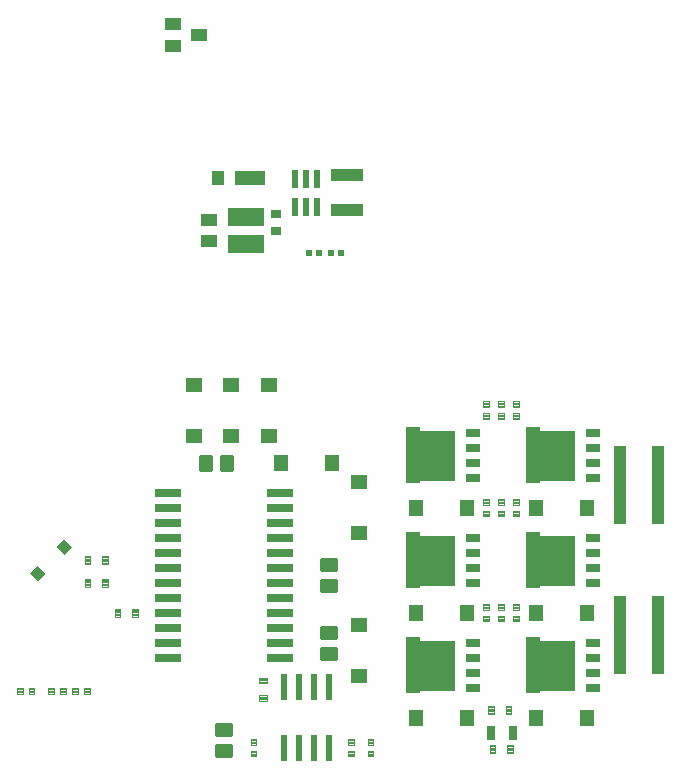
<source format=gtp>
G75*
%MOIN*%
%OFA0B0*%
%FSLAX25Y25*%
%IPPOS*%
%LPD*%
%AMOC8*
5,1,8,0,0,1.08239X$1,22.5*
%
%ADD10R,0.05000X0.18500*%
%ADD11R,0.04500X0.02800*%
%ADD12C,0.00122*%
%ADD13R,0.03937X0.25984*%
%ADD14C,0.00472*%
%ADD15R,0.08858X0.02559*%
%ADD16C,0.00906*%
%ADD17R,0.05787X0.05000*%
%ADD18R,0.05000X0.05787*%
%ADD19R,0.02362X0.08661*%
%ADD20R,0.03800X0.02600*%
%ADD21R,0.10600X0.04400*%
%ADD22R,0.05700X0.04400*%
%ADD23R,0.09900X0.04900*%
%ADD24R,0.04200X0.04900*%
%ADD25R,0.12000X0.06000*%
%ADD26R,0.02200X0.02400*%
%ADD27R,0.02200X0.06200*%
%ADD28R,0.03543X0.03740*%
%ADD29R,0.03150X0.04724*%
%ADD30R,0.05512X0.03937*%
D10*
X0304533Y0063750D03*
X0304533Y0098750D03*
X0304533Y0133750D03*
X0344533Y0133750D03*
X0344533Y0098750D03*
X0344533Y0063750D03*
D11*
X0364583Y0061250D03*
X0364583Y0056250D03*
X0364583Y0066250D03*
X0364583Y0071250D03*
X0364583Y0091250D03*
X0364583Y0096250D03*
X0364583Y0101250D03*
X0364583Y0106250D03*
X0364583Y0126250D03*
X0364583Y0131250D03*
X0364583Y0136250D03*
X0364583Y0141250D03*
X0324583Y0141250D03*
X0324583Y0136250D03*
X0324583Y0131250D03*
X0324583Y0126250D03*
X0324583Y0106250D03*
X0324583Y0101250D03*
X0324583Y0096250D03*
X0324583Y0091250D03*
X0324583Y0071250D03*
X0324583Y0066250D03*
X0324583Y0061250D03*
X0324583Y0056250D03*
D12*
X0305994Y0055561D02*
X0305994Y0071939D01*
X0318072Y0071939D01*
X0318072Y0055561D01*
X0305994Y0055561D01*
X0305994Y0055682D02*
X0318072Y0055682D01*
X0318072Y0055803D02*
X0305994Y0055803D01*
X0305994Y0055924D02*
X0318072Y0055924D01*
X0318072Y0056045D02*
X0305994Y0056045D01*
X0305994Y0056166D02*
X0318072Y0056166D01*
X0318072Y0056287D02*
X0305994Y0056287D01*
X0305994Y0056408D02*
X0318072Y0056408D01*
X0318072Y0056529D02*
X0305994Y0056529D01*
X0305994Y0056650D02*
X0318072Y0056650D01*
X0318072Y0056771D02*
X0305994Y0056771D01*
X0305994Y0056892D02*
X0318072Y0056892D01*
X0318072Y0057013D02*
X0305994Y0057013D01*
X0305994Y0057134D02*
X0318072Y0057134D01*
X0318072Y0057255D02*
X0305994Y0057255D01*
X0305994Y0057376D02*
X0318072Y0057376D01*
X0318072Y0057497D02*
X0305994Y0057497D01*
X0305994Y0057618D02*
X0318072Y0057618D01*
X0318072Y0057739D02*
X0305994Y0057739D01*
X0305994Y0057860D02*
X0318072Y0057860D01*
X0318072Y0057981D02*
X0305994Y0057981D01*
X0305994Y0058102D02*
X0318072Y0058102D01*
X0318072Y0058223D02*
X0305994Y0058223D01*
X0305994Y0058344D02*
X0318072Y0058344D01*
X0318072Y0058465D02*
X0305994Y0058465D01*
X0305994Y0058586D02*
X0318072Y0058586D01*
X0318072Y0058707D02*
X0305994Y0058707D01*
X0305994Y0058828D02*
X0318072Y0058828D01*
X0318072Y0058949D02*
X0305994Y0058949D01*
X0305994Y0059070D02*
X0318072Y0059070D01*
X0318072Y0059191D02*
X0305994Y0059191D01*
X0305994Y0059312D02*
X0318072Y0059312D01*
X0318072Y0059433D02*
X0305994Y0059433D01*
X0305994Y0059554D02*
X0318072Y0059554D01*
X0318072Y0059675D02*
X0305994Y0059675D01*
X0305994Y0059796D02*
X0318072Y0059796D01*
X0318072Y0059917D02*
X0305994Y0059917D01*
X0305994Y0060038D02*
X0318072Y0060038D01*
X0318072Y0060159D02*
X0305994Y0060159D01*
X0305994Y0060280D02*
X0318072Y0060280D01*
X0318072Y0060401D02*
X0305994Y0060401D01*
X0305994Y0060522D02*
X0318072Y0060522D01*
X0318072Y0060643D02*
X0305994Y0060643D01*
X0305994Y0060764D02*
X0318072Y0060764D01*
X0318072Y0060885D02*
X0305994Y0060885D01*
X0305994Y0061006D02*
X0318072Y0061006D01*
X0318072Y0061127D02*
X0305994Y0061127D01*
X0305994Y0061248D02*
X0318072Y0061248D01*
X0318072Y0061369D02*
X0305994Y0061369D01*
X0305994Y0061490D02*
X0318072Y0061490D01*
X0318072Y0061611D02*
X0305994Y0061611D01*
X0305994Y0061732D02*
X0318072Y0061732D01*
X0318072Y0061853D02*
X0305994Y0061853D01*
X0305994Y0061974D02*
X0318072Y0061974D01*
X0318072Y0062095D02*
X0305994Y0062095D01*
X0305994Y0062216D02*
X0318072Y0062216D01*
X0318072Y0062337D02*
X0305994Y0062337D01*
X0305994Y0062458D02*
X0318072Y0062458D01*
X0318072Y0062579D02*
X0305994Y0062579D01*
X0305994Y0062700D02*
X0318072Y0062700D01*
X0318072Y0062821D02*
X0305994Y0062821D01*
X0305994Y0062942D02*
X0318072Y0062942D01*
X0318072Y0063063D02*
X0305994Y0063063D01*
X0305994Y0063184D02*
X0318072Y0063184D01*
X0318072Y0063305D02*
X0305994Y0063305D01*
X0305994Y0063426D02*
X0318072Y0063426D01*
X0318072Y0063547D02*
X0305994Y0063547D01*
X0305994Y0063668D02*
X0318072Y0063668D01*
X0318072Y0063789D02*
X0305994Y0063789D01*
X0305994Y0063910D02*
X0318072Y0063910D01*
X0318072Y0064031D02*
X0305994Y0064031D01*
X0305994Y0064152D02*
X0318072Y0064152D01*
X0318072Y0064273D02*
X0305994Y0064273D01*
X0305994Y0064394D02*
X0318072Y0064394D01*
X0318072Y0064515D02*
X0305994Y0064515D01*
X0305994Y0064636D02*
X0318072Y0064636D01*
X0318072Y0064757D02*
X0305994Y0064757D01*
X0305994Y0064878D02*
X0318072Y0064878D01*
X0318072Y0064999D02*
X0305994Y0064999D01*
X0305994Y0065120D02*
X0318072Y0065120D01*
X0318072Y0065241D02*
X0305994Y0065241D01*
X0305994Y0065362D02*
X0318072Y0065362D01*
X0318072Y0065483D02*
X0305994Y0065483D01*
X0305994Y0065604D02*
X0318072Y0065604D01*
X0318072Y0065725D02*
X0305994Y0065725D01*
X0305994Y0065846D02*
X0318072Y0065846D01*
X0318072Y0065967D02*
X0305994Y0065967D01*
X0305994Y0066088D02*
X0318072Y0066088D01*
X0318072Y0066209D02*
X0305994Y0066209D01*
X0305994Y0066330D02*
X0318072Y0066330D01*
X0318072Y0066451D02*
X0305994Y0066451D01*
X0305994Y0066572D02*
X0318072Y0066572D01*
X0318072Y0066693D02*
X0305994Y0066693D01*
X0305994Y0066814D02*
X0318072Y0066814D01*
X0318072Y0066935D02*
X0305994Y0066935D01*
X0305994Y0067056D02*
X0318072Y0067056D01*
X0318072Y0067177D02*
X0305994Y0067177D01*
X0305994Y0067298D02*
X0318072Y0067298D01*
X0318072Y0067419D02*
X0305994Y0067419D01*
X0305994Y0067540D02*
X0318072Y0067540D01*
X0318072Y0067661D02*
X0305994Y0067661D01*
X0305994Y0067782D02*
X0318072Y0067782D01*
X0318072Y0067903D02*
X0305994Y0067903D01*
X0305994Y0068024D02*
X0318072Y0068024D01*
X0318072Y0068145D02*
X0305994Y0068145D01*
X0305994Y0068266D02*
X0318072Y0068266D01*
X0318072Y0068387D02*
X0305994Y0068387D01*
X0305994Y0068508D02*
X0318072Y0068508D01*
X0318072Y0068629D02*
X0305994Y0068629D01*
X0305994Y0068750D02*
X0318072Y0068750D01*
X0318072Y0068871D02*
X0305994Y0068871D01*
X0305994Y0068992D02*
X0318072Y0068992D01*
X0318072Y0069113D02*
X0305994Y0069113D01*
X0305994Y0069234D02*
X0318072Y0069234D01*
X0318072Y0069355D02*
X0305994Y0069355D01*
X0305994Y0069476D02*
X0318072Y0069476D01*
X0318072Y0069597D02*
X0305994Y0069597D01*
X0305994Y0069718D02*
X0318072Y0069718D01*
X0318072Y0069839D02*
X0305994Y0069839D01*
X0305994Y0069960D02*
X0318072Y0069960D01*
X0318072Y0070081D02*
X0305994Y0070081D01*
X0305994Y0070202D02*
X0318072Y0070202D01*
X0318072Y0070323D02*
X0305994Y0070323D01*
X0305994Y0070444D02*
X0318072Y0070444D01*
X0318072Y0070565D02*
X0305994Y0070565D01*
X0305994Y0070686D02*
X0318072Y0070686D01*
X0318072Y0070807D02*
X0305994Y0070807D01*
X0305994Y0070928D02*
X0318072Y0070928D01*
X0318072Y0071049D02*
X0305994Y0071049D01*
X0305994Y0071170D02*
X0318072Y0071170D01*
X0318072Y0071291D02*
X0305994Y0071291D01*
X0305994Y0071412D02*
X0318072Y0071412D01*
X0318072Y0071533D02*
X0305994Y0071533D01*
X0305994Y0071654D02*
X0318072Y0071654D01*
X0318072Y0071775D02*
X0305994Y0071775D01*
X0305994Y0071896D02*
X0318072Y0071896D01*
X0305994Y0090561D02*
X0305994Y0106939D01*
X0318072Y0106939D01*
X0318072Y0090561D01*
X0305994Y0090561D01*
X0305994Y0090682D02*
X0318072Y0090682D01*
X0318072Y0090803D02*
X0305994Y0090803D01*
X0305994Y0090924D02*
X0318072Y0090924D01*
X0318072Y0091045D02*
X0305994Y0091045D01*
X0305994Y0091166D02*
X0318072Y0091166D01*
X0318072Y0091287D02*
X0305994Y0091287D01*
X0305994Y0091408D02*
X0318072Y0091408D01*
X0318072Y0091529D02*
X0305994Y0091529D01*
X0305994Y0091650D02*
X0318072Y0091650D01*
X0318072Y0091771D02*
X0305994Y0091771D01*
X0305994Y0091892D02*
X0318072Y0091892D01*
X0318072Y0092013D02*
X0305994Y0092013D01*
X0305994Y0092134D02*
X0318072Y0092134D01*
X0318072Y0092255D02*
X0305994Y0092255D01*
X0305994Y0092376D02*
X0318072Y0092376D01*
X0318072Y0092497D02*
X0305994Y0092497D01*
X0305994Y0092618D02*
X0318072Y0092618D01*
X0318072Y0092739D02*
X0305994Y0092739D01*
X0305994Y0092860D02*
X0318072Y0092860D01*
X0318072Y0092981D02*
X0305994Y0092981D01*
X0305994Y0093102D02*
X0318072Y0093102D01*
X0318072Y0093223D02*
X0305994Y0093223D01*
X0305994Y0093344D02*
X0318072Y0093344D01*
X0318072Y0093465D02*
X0305994Y0093465D01*
X0305994Y0093586D02*
X0318072Y0093586D01*
X0318072Y0093707D02*
X0305994Y0093707D01*
X0305994Y0093828D02*
X0318072Y0093828D01*
X0318072Y0093949D02*
X0305994Y0093949D01*
X0305994Y0094070D02*
X0318072Y0094070D01*
X0318072Y0094191D02*
X0305994Y0094191D01*
X0305994Y0094312D02*
X0318072Y0094312D01*
X0318072Y0094433D02*
X0305994Y0094433D01*
X0305994Y0094554D02*
X0318072Y0094554D01*
X0318072Y0094675D02*
X0305994Y0094675D01*
X0305994Y0094796D02*
X0318072Y0094796D01*
X0318072Y0094917D02*
X0305994Y0094917D01*
X0305994Y0095038D02*
X0318072Y0095038D01*
X0318072Y0095159D02*
X0305994Y0095159D01*
X0305994Y0095280D02*
X0318072Y0095280D01*
X0318072Y0095401D02*
X0305994Y0095401D01*
X0305994Y0095522D02*
X0318072Y0095522D01*
X0318072Y0095643D02*
X0305994Y0095643D01*
X0305994Y0095764D02*
X0318072Y0095764D01*
X0318072Y0095885D02*
X0305994Y0095885D01*
X0305994Y0096006D02*
X0318072Y0096006D01*
X0318072Y0096127D02*
X0305994Y0096127D01*
X0305994Y0096248D02*
X0318072Y0096248D01*
X0318072Y0096369D02*
X0305994Y0096369D01*
X0305994Y0096490D02*
X0318072Y0096490D01*
X0318072Y0096611D02*
X0305994Y0096611D01*
X0305994Y0096732D02*
X0318072Y0096732D01*
X0318072Y0096853D02*
X0305994Y0096853D01*
X0305994Y0096974D02*
X0318072Y0096974D01*
X0318072Y0097095D02*
X0305994Y0097095D01*
X0305994Y0097216D02*
X0318072Y0097216D01*
X0318072Y0097337D02*
X0305994Y0097337D01*
X0305994Y0097458D02*
X0318072Y0097458D01*
X0318072Y0097579D02*
X0305994Y0097579D01*
X0305994Y0097700D02*
X0318072Y0097700D01*
X0318072Y0097821D02*
X0305994Y0097821D01*
X0305994Y0097942D02*
X0318072Y0097942D01*
X0318072Y0098063D02*
X0305994Y0098063D01*
X0305994Y0098184D02*
X0318072Y0098184D01*
X0318072Y0098305D02*
X0305994Y0098305D01*
X0305994Y0098426D02*
X0318072Y0098426D01*
X0318072Y0098547D02*
X0305994Y0098547D01*
X0305994Y0098668D02*
X0318072Y0098668D01*
X0318072Y0098789D02*
X0305994Y0098789D01*
X0305994Y0098910D02*
X0318072Y0098910D01*
X0318072Y0099031D02*
X0305994Y0099031D01*
X0305994Y0099152D02*
X0318072Y0099152D01*
X0318072Y0099273D02*
X0305994Y0099273D01*
X0305994Y0099394D02*
X0318072Y0099394D01*
X0318072Y0099515D02*
X0305994Y0099515D01*
X0305994Y0099636D02*
X0318072Y0099636D01*
X0318072Y0099757D02*
X0305994Y0099757D01*
X0305994Y0099878D02*
X0318072Y0099878D01*
X0318072Y0099999D02*
X0305994Y0099999D01*
X0305994Y0100120D02*
X0318072Y0100120D01*
X0318072Y0100241D02*
X0305994Y0100241D01*
X0305994Y0100362D02*
X0318072Y0100362D01*
X0318072Y0100483D02*
X0305994Y0100483D01*
X0305994Y0100604D02*
X0318072Y0100604D01*
X0318072Y0100725D02*
X0305994Y0100725D01*
X0305994Y0100846D02*
X0318072Y0100846D01*
X0318072Y0100967D02*
X0305994Y0100967D01*
X0305994Y0101088D02*
X0318072Y0101088D01*
X0318072Y0101209D02*
X0305994Y0101209D01*
X0305994Y0101330D02*
X0318072Y0101330D01*
X0318072Y0101451D02*
X0305994Y0101451D01*
X0305994Y0101572D02*
X0318072Y0101572D01*
X0318072Y0101693D02*
X0305994Y0101693D01*
X0305994Y0101814D02*
X0318072Y0101814D01*
X0318072Y0101935D02*
X0305994Y0101935D01*
X0305994Y0102056D02*
X0318072Y0102056D01*
X0318072Y0102177D02*
X0305994Y0102177D01*
X0305994Y0102298D02*
X0318072Y0102298D01*
X0318072Y0102419D02*
X0305994Y0102419D01*
X0305994Y0102540D02*
X0318072Y0102540D01*
X0318072Y0102661D02*
X0305994Y0102661D01*
X0305994Y0102782D02*
X0318072Y0102782D01*
X0318072Y0102903D02*
X0305994Y0102903D01*
X0305994Y0103024D02*
X0318072Y0103024D01*
X0318072Y0103145D02*
X0305994Y0103145D01*
X0305994Y0103266D02*
X0318072Y0103266D01*
X0318072Y0103387D02*
X0305994Y0103387D01*
X0305994Y0103508D02*
X0318072Y0103508D01*
X0318072Y0103629D02*
X0305994Y0103629D01*
X0305994Y0103750D02*
X0318072Y0103750D01*
X0318072Y0103871D02*
X0305994Y0103871D01*
X0305994Y0103992D02*
X0318072Y0103992D01*
X0318072Y0104113D02*
X0305994Y0104113D01*
X0305994Y0104234D02*
X0318072Y0104234D01*
X0318072Y0104355D02*
X0305994Y0104355D01*
X0305994Y0104476D02*
X0318072Y0104476D01*
X0318072Y0104597D02*
X0305994Y0104597D01*
X0305994Y0104718D02*
X0318072Y0104718D01*
X0318072Y0104839D02*
X0305994Y0104839D01*
X0305994Y0104960D02*
X0318072Y0104960D01*
X0318072Y0105081D02*
X0305994Y0105081D01*
X0305994Y0105202D02*
X0318072Y0105202D01*
X0318072Y0105323D02*
X0305994Y0105323D01*
X0305994Y0105444D02*
X0318072Y0105444D01*
X0318072Y0105565D02*
X0305994Y0105565D01*
X0305994Y0105686D02*
X0318072Y0105686D01*
X0318072Y0105807D02*
X0305994Y0105807D01*
X0305994Y0105928D02*
X0318072Y0105928D01*
X0318072Y0106049D02*
X0305994Y0106049D01*
X0305994Y0106170D02*
X0318072Y0106170D01*
X0318072Y0106291D02*
X0305994Y0106291D01*
X0305994Y0106412D02*
X0318072Y0106412D01*
X0318072Y0106533D02*
X0305994Y0106533D01*
X0305994Y0106654D02*
X0318072Y0106654D01*
X0318072Y0106775D02*
X0305994Y0106775D01*
X0305994Y0106896D02*
X0318072Y0106896D01*
X0305994Y0125561D02*
X0305994Y0141939D01*
X0318072Y0141939D01*
X0318072Y0125561D01*
X0305994Y0125561D01*
X0305994Y0125682D02*
X0318072Y0125682D01*
X0318072Y0125803D02*
X0305994Y0125803D01*
X0305994Y0125924D02*
X0318072Y0125924D01*
X0318072Y0126045D02*
X0305994Y0126045D01*
X0305994Y0126166D02*
X0318072Y0126166D01*
X0318072Y0126287D02*
X0305994Y0126287D01*
X0305994Y0126408D02*
X0318072Y0126408D01*
X0318072Y0126529D02*
X0305994Y0126529D01*
X0305994Y0126650D02*
X0318072Y0126650D01*
X0318072Y0126771D02*
X0305994Y0126771D01*
X0305994Y0126892D02*
X0318072Y0126892D01*
X0318072Y0127013D02*
X0305994Y0127013D01*
X0305994Y0127134D02*
X0318072Y0127134D01*
X0318072Y0127255D02*
X0305994Y0127255D01*
X0305994Y0127376D02*
X0318072Y0127376D01*
X0318072Y0127497D02*
X0305994Y0127497D01*
X0305994Y0127618D02*
X0318072Y0127618D01*
X0318072Y0127739D02*
X0305994Y0127739D01*
X0305994Y0127860D02*
X0318072Y0127860D01*
X0318072Y0127981D02*
X0305994Y0127981D01*
X0305994Y0128102D02*
X0318072Y0128102D01*
X0318072Y0128223D02*
X0305994Y0128223D01*
X0305994Y0128344D02*
X0318072Y0128344D01*
X0318072Y0128465D02*
X0305994Y0128465D01*
X0305994Y0128586D02*
X0318072Y0128586D01*
X0318072Y0128707D02*
X0305994Y0128707D01*
X0305994Y0128828D02*
X0318072Y0128828D01*
X0318072Y0128949D02*
X0305994Y0128949D01*
X0305994Y0129070D02*
X0318072Y0129070D01*
X0318072Y0129191D02*
X0305994Y0129191D01*
X0305994Y0129312D02*
X0318072Y0129312D01*
X0318072Y0129433D02*
X0305994Y0129433D01*
X0305994Y0129554D02*
X0318072Y0129554D01*
X0318072Y0129675D02*
X0305994Y0129675D01*
X0305994Y0129796D02*
X0318072Y0129796D01*
X0318072Y0129917D02*
X0305994Y0129917D01*
X0305994Y0130038D02*
X0318072Y0130038D01*
X0318072Y0130159D02*
X0305994Y0130159D01*
X0305994Y0130280D02*
X0318072Y0130280D01*
X0318072Y0130401D02*
X0305994Y0130401D01*
X0305994Y0130522D02*
X0318072Y0130522D01*
X0318072Y0130643D02*
X0305994Y0130643D01*
X0305994Y0130764D02*
X0318072Y0130764D01*
X0318072Y0130885D02*
X0305994Y0130885D01*
X0305994Y0131006D02*
X0318072Y0131006D01*
X0318072Y0131127D02*
X0305994Y0131127D01*
X0305994Y0131248D02*
X0318072Y0131248D01*
X0318072Y0131369D02*
X0305994Y0131369D01*
X0305994Y0131490D02*
X0318072Y0131490D01*
X0318072Y0131611D02*
X0305994Y0131611D01*
X0305994Y0131732D02*
X0318072Y0131732D01*
X0318072Y0131853D02*
X0305994Y0131853D01*
X0305994Y0131974D02*
X0318072Y0131974D01*
X0318072Y0132095D02*
X0305994Y0132095D01*
X0305994Y0132216D02*
X0318072Y0132216D01*
X0318072Y0132337D02*
X0305994Y0132337D01*
X0305994Y0132458D02*
X0318072Y0132458D01*
X0318072Y0132579D02*
X0305994Y0132579D01*
X0305994Y0132700D02*
X0318072Y0132700D01*
X0318072Y0132821D02*
X0305994Y0132821D01*
X0305994Y0132942D02*
X0318072Y0132942D01*
X0318072Y0133063D02*
X0305994Y0133063D01*
X0305994Y0133184D02*
X0318072Y0133184D01*
X0318072Y0133305D02*
X0305994Y0133305D01*
X0305994Y0133426D02*
X0318072Y0133426D01*
X0318072Y0133547D02*
X0305994Y0133547D01*
X0305994Y0133668D02*
X0318072Y0133668D01*
X0318072Y0133789D02*
X0305994Y0133789D01*
X0305994Y0133910D02*
X0318072Y0133910D01*
X0318072Y0134031D02*
X0305994Y0134031D01*
X0305994Y0134152D02*
X0318072Y0134152D01*
X0318072Y0134273D02*
X0305994Y0134273D01*
X0305994Y0134394D02*
X0318072Y0134394D01*
X0318072Y0134515D02*
X0305994Y0134515D01*
X0305994Y0134636D02*
X0318072Y0134636D01*
X0318072Y0134757D02*
X0305994Y0134757D01*
X0305994Y0134878D02*
X0318072Y0134878D01*
X0318072Y0134999D02*
X0305994Y0134999D01*
X0305994Y0135120D02*
X0318072Y0135120D01*
X0318072Y0135241D02*
X0305994Y0135241D01*
X0305994Y0135362D02*
X0318072Y0135362D01*
X0318072Y0135483D02*
X0305994Y0135483D01*
X0305994Y0135604D02*
X0318072Y0135604D01*
X0318072Y0135725D02*
X0305994Y0135725D01*
X0305994Y0135846D02*
X0318072Y0135846D01*
X0318072Y0135967D02*
X0305994Y0135967D01*
X0305994Y0136088D02*
X0318072Y0136088D01*
X0318072Y0136209D02*
X0305994Y0136209D01*
X0305994Y0136330D02*
X0318072Y0136330D01*
X0318072Y0136451D02*
X0305994Y0136451D01*
X0305994Y0136572D02*
X0318072Y0136572D01*
X0318072Y0136693D02*
X0305994Y0136693D01*
X0305994Y0136814D02*
X0318072Y0136814D01*
X0318072Y0136935D02*
X0305994Y0136935D01*
X0305994Y0137056D02*
X0318072Y0137056D01*
X0318072Y0137177D02*
X0305994Y0137177D01*
X0305994Y0137298D02*
X0318072Y0137298D01*
X0318072Y0137419D02*
X0305994Y0137419D01*
X0305994Y0137540D02*
X0318072Y0137540D01*
X0318072Y0137661D02*
X0305994Y0137661D01*
X0305994Y0137782D02*
X0318072Y0137782D01*
X0318072Y0137903D02*
X0305994Y0137903D01*
X0305994Y0138024D02*
X0318072Y0138024D01*
X0318072Y0138145D02*
X0305994Y0138145D01*
X0305994Y0138266D02*
X0318072Y0138266D01*
X0318072Y0138387D02*
X0305994Y0138387D01*
X0305994Y0138508D02*
X0318072Y0138508D01*
X0318072Y0138629D02*
X0305994Y0138629D01*
X0305994Y0138750D02*
X0318072Y0138750D01*
X0318072Y0138871D02*
X0305994Y0138871D01*
X0305994Y0138992D02*
X0318072Y0138992D01*
X0318072Y0139113D02*
X0305994Y0139113D01*
X0305994Y0139234D02*
X0318072Y0139234D01*
X0318072Y0139355D02*
X0305994Y0139355D01*
X0305994Y0139476D02*
X0318072Y0139476D01*
X0318072Y0139597D02*
X0305994Y0139597D01*
X0305994Y0139718D02*
X0318072Y0139718D01*
X0318072Y0139839D02*
X0305994Y0139839D01*
X0305994Y0139960D02*
X0318072Y0139960D01*
X0318072Y0140081D02*
X0305994Y0140081D01*
X0305994Y0140202D02*
X0318072Y0140202D01*
X0318072Y0140323D02*
X0305994Y0140323D01*
X0305994Y0140444D02*
X0318072Y0140444D01*
X0318072Y0140565D02*
X0305994Y0140565D01*
X0305994Y0140686D02*
X0318072Y0140686D01*
X0318072Y0140807D02*
X0305994Y0140807D01*
X0305994Y0140928D02*
X0318072Y0140928D01*
X0318072Y0141049D02*
X0305994Y0141049D01*
X0305994Y0141170D02*
X0318072Y0141170D01*
X0318072Y0141291D02*
X0305994Y0141291D01*
X0305994Y0141412D02*
X0318072Y0141412D01*
X0318072Y0141533D02*
X0305994Y0141533D01*
X0305994Y0141654D02*
X0318072Y0141654D01*
X0318072Y0141775D02*
X0305994Y0141775D01*
X0305994Y0141896D02*
X0318072Y0141896D01*
X0345994Y0141939D02*
X0345994Y0125561D01*
X0345994Y0141939D02*
X0358072Y0141939D01*
X0358072Y0125561D01*
X0345994Y0125561D01*
X0345994Y0125682D02*
X0358072Y0125682D01*
X0358072Y0125803D02*
X0345994Y0125803D01*
X0345994Y0125924D02*
X0358072Y0125924D01*
X0358072Y0126045D02*
X0345994Y0126045D01*
X0345994Y0126166D02*
X0358072Y0126166D01*
X0358072Y0126287D02*
X0345994Y0126287D01*
X0345994Y0126408D02*
X0358072Y0126408D01*
X0358072Y0126529D02*
X0345994Y0126529D01*
X0345994Y0126650D02*
X0358072Y0126650D01*
X0358072Y0126771D02*
X0345994Y0126771D01*
X0345994Y0126892D02*
X0358072Y0126892D01*
X0358072Y0127013D02*
X0345994Y0127013D01*
X0345994Y0127134D02*
X0358072Y0127134D01*
X0358072Y0127255D02*
X0345994Y0127255D01*
X0345994Y0127376D02*
X0358072Y0127376D01*
X0358072Y0127497D02*
X0345994Y0127497D01*
X0345994Y0127618D02*
X0358072Y0127618D01*
X0358072Y0127739D02*
X0345994Y0127739D01*
X0345994Y0127860D02*
X0358072Y0127860D01*
X0358072Y0127981D02*
X0345994Y0127981D01*
X0345994Y0128102D02*
X0358072Y0128102D01*
X0358072Y0128223D02*
X0345994Y0128223D01*
X0345994Y0128344D02*
X0358072Y0128344D01*
X0358072Y0128465D02*
X0345994Y0128465D01*
X0345994Y0128586D02*
X0358072Y0128586D01*
X0358072Y0128707D02*
X0345994Y0128707D01*
X0345994Y0128828D02*
X0358072Y0128828D01*
X0358072Y0128949D02*
X0345994Y0128949D01*
X0345994Y0129070D02*
X0358072Y0129070D01*
X0358072Y0129191D02*
X0345994Y0129191D01*
X0345994Y0129312D02*
X0358072Y0129312D01*
X0358072Y0129433D02*
X0345994Y0129433D01*
X0345994Y0129554D02*
X0358072Y0129554D01*
X0358072Y0129675D02*
X0345994Y0129675D01*
X0345994Y0129796D02*
X0358072Y0129796D01*
X0358072Y0129917D02*
X0345994Y0129917D01*
X0345994Y0130038D02*
X0358072Y0130038D01*
X0358072Y0130159D02*
X0345994Y0130159D01*
X0345994Y0130280D02*
X0358072Y0130280D01*
X0358072Y0130401D02*
X0345994Y0130401D01*
X0345994Y0130522D02*
X0358072Y0130522D01*
X0358072Y0130643D02*
X0345994Y0130643D01*
X0345994Y0130764D02*
X0358072Y0130764D01*
X0358072Y0130885D02*
X0345994Y0130885D01*
X0345994Y0131006D02*
X0358072Y0131006D01*
X0358072Y0131127D02*
X0345994Y0131127D01*
X0345994Y0131248D02*
X0358072Y0131248D01*
X0358072Y0131369D02*
X0345994Y0131369D01*
X0345994Y0131490D02*
X0358072Y0131490D01*
X0358072Y0131611D02*
X0345994Y0131611D01*
X0345994Y0131732D02*
X0358072Y0131732D01*
X0358072Y0131853D02*
X0345994Y0131853D01*
X0345994Y0131974D02*
X0358072Y0131974D01*
X0358072Y0132095D02*
X0345994Y0132095D01*
X0345994Y0132216D02*
X0358072Y0132216D01*
X0358072Y0132337D02*
X0345994Y0132337D01*
X0345994Y0132458D02*
X0358072Y0132458D01*
X0358072Y0132579D02*
X0345994Y0132579D01*
X0345994Y0132700D02*
X0358072Y0132700D01*
X0358072Y0132821D02*
X0345994Y0132821D01*
X0345994Y0132942D02*
X0358072Y0132942D01*
X0358072Y0133063D02*
X0345994Y0133063D01*
X0345994Y0133184D02*
X0358072Y0133184D01*
X0358072Y0133305D02*
X0345994Y0133305D01*
X0345994Y0133426D02*
X0358072Y0133426D01*
X0358072Y0133547D02*
X0345994Y0133547D01*
X0345994Y0133668D02*
X0358072Y0133668D01*
X0358072Y0133789D02*
X0345994Y0133789D01*
X0345994Y0133910D02*
X0358072Y0133910D01*
X0358072Y0134031D02*
X0345994Y0134031D01*
X0345994Y0134152D02*
X0358072Y0134152D01*
X0358072Y0134273D02*
X0345994Y0134273D01*
X0345994Y0134394D02*
X0358072Y0134394D01*
X0358072Y0134515D02*
X0345994Y0134515D01*
X0345994Y0134636D02*
X0358072Y0134636D01*
X0358072Y0134757D02*
X0345994Y0134757D01*
X0345994Y0134878D02*
X0358072Y0134878D01*
X0358072Y0134999D02*
X0345994Y0134999D01*
X0345994Y0135120D02*
X0358072Y0135120D01*
X0358072Y0135241D02*
X0345994Y0135241D01*
X0345994Y0135362D02*
X0358072Y0135362D01*
X0358072Y0135483D02*
X0345994Y0135483D01*
X0345994Y0135604D02*
X0358072Y0135604D01*
X0358072Y0135725D02*
X0345994Y0135725D01*
X0345994Y0135846D02*
X0358072Y0135846D01*
X0358072Y0135967D02*
X0345994Y0135967D01*
X0345994Y0136088D02*
X0358072Y0136088D01*
X0358072Y0136209D02*
X0345994Y0136209D01*
X0345994Y0136330D02*
X0358072Y0136330D01*
X0358072Y0136451D02*
X0345994Y0136451D01*
X0345994Y0136572D02*
X0358072Y0136572D01*
X0358072Y0136693D02*
X0345994Y0136693D01*
X0345994Y0136814D02*
X0358072Y0136814D01*
X0358072Y0136935D02*
X0345994Y0136935D01*
X0345994Y0137056D02*
X0358072Y0137056D01*
X0358072Y0137177D02*
X0345994Y0137177D01*
X0345994Y0137298D02*
X0358072Y0137298D01*
X0358072Y0137419D02*
X0345994Y0137419D01*
X0345994Y0137540D02*
X0358072Y0137540D01*
X0358072Y0137661D02*
X0345994Y0137661D01*
X0345994Y0137782D02*
X0358072Y0137782D01*
X0358072Y0137903D02*
X0345994Y0137903D01*
X0345994Y0138024D02*
X0358072Y0138024D01*
X0358072Y0138145D02*
X0345994Y0138145D01*
X0345994Y0138266D02*
X0358072Y0138266D01*
X0358072Y0138387D02*
X0345994Y0138387D01*
X0345994Y0138508D02*
X0358072Y0138508D01*
X0358072Y0138629D02*
X0345994Y0138629D01*
X0345994Y0138750D02*
X0358072Y0138750D01*
X0358072Y0138871D02*
X0345994Y0138871D01*
X0345994Y0138992D02*
X0358072Y0138992D01*
X0358072Y0139113D02*
X0345994Y0139113D01*
X0345994Y0139234D02*
X0358072Y0139234D01*
X0358072Y0139355D02*
X0345994Y0139355D01*
X0345994Y0139476D02*
X0358072Y0139476D01*
X0358072Y0139597D02*
X0345994Y0139597D01*
X0345994Y0139718D02*
X0358072Y0139718D01*
X0358072Y0139839D02*
X0345994Y0139839D01*
X0345994Y0139960D02*
X0358072Y0139960D01*
X0358072Y0140081D02*
X0345994Y0140081D01*
X0345994Y0140202D02*
X0358072Y0140202D01*
X0358072Y0140323D02*
X0345994Y0140323D01*
X0345994Y0140444D02*
X0358072Y0140444D01*
X0358072Y0140565D02*
X0345994Y0140565D01*
X0345994Y0140686D02*
X0358072Y0140686D01*
X0358072Y0140807D02*
X0345994Y0140807D01*
X0345994Y0140928D02*
X0358072Y0140928D01*
X0358072Y0141049D02*
X0345994Y0141049D01*
X0345994Y0141170D02*
X0358072Y0141170D01*
X0358072Y0141291D02*
X0345994Y0141291D01*
X0345994Y0141412D02*
X0358072Y0141412D01*
X0358072Y0141533D02*
X0345994Y0141533D01*
X0345994Y0141654D02*
X0358072Y0141654D01*
X0358072Y0141775D02*
X0345994Y0141775D01*
X0345994Y0141896D02*
X0358072Y0141896D01*
X0345994Y0106939D02*
X0345994Y0090561D01*
X0345994Y0106939D02*
X0358072Y0106939D01*
X0358072Y0090561D01*
X0345994Y0090561D01*
X0345994Y0090682D02*
X0358072Y0090682D01*
X0358072Y0090803D02*
X0345994Y0090803D01*
X0345994Y0090924D02*
X0358072Y0090924D01*
X0358072Y0091045D02*
X0345994Y0091045D01*
X0345994Y0091166D02*
X0358072Y0091166D01*
X0358072Y0091287D02*
X0345994Y0091287D01*
X0345994Y0091408D02*
X0358072Y0091408D01*
X0358072Y0091529D02*
X0345994Y0091529D01*
X0345994Y0091650D02*
X0358072Y0091650D01*
X0358072Y0091771D02*
X0345994Y0091771D01*
X0345994Y0091892D02*
X0358072Y0091892D01*
X0358072Y0092013D02*
X0345994Y0092013D01*
X0345994Y0092134D02*
X0358072Y0092134D01*
X0358072Y0092255D02*
X0345994Y0092255D01*
X0345994Y0092376D02*
X0358072Y0092376D01*
X0358072Y0092497D02*
X0345994Y0092497D01*
X0345994Y0092618D02*
X0358072Y0092618D01*
X0358072Y0092739D02*
X0345994Y0092739D01*
X0345994Y0092860D02*
X0358072Y0092860D01*
X0358072Y0092981D02*
X0345994Y0092981D01*
X0345994Y0093102D02*
X0358072Y0093102D01*
X0358072Y0093223D02*
X0345994Y0093223D01*
X0345994Y0093344D02*
X0358072Y0093344D01*
X0358072Y0093465D02*
X0345994Y0093465D01*
X0345994Y0093586D02*
X0358072Y0093586D01*
X0358072Y0093707D02*
X0345994Y0093707D01*
X0345994Y0093828D02*
X0358072Y0093828D01*
X0358072Y0093949D02*
X0345994Y0093949D01*
X0345994Y0094070D02*
X0358072Y0094070D01*
X0358072Y0094191D02*
X0345994Y0094191D01*
X0345994Y0094312D02*
X0358072Y0094312D01*
X0358072Y0094433D02*
X0345994Y0094433D01*
X0345994Y0094554D02*
X0358072Y0094554D01*
X0358072Y0094675D02*
X0345994Y0094675D01*
X0345994Y0094796D02*
X0358072Y0094796D01*
X0358072Y0094917D02*
X0345994Y0094917D01*
X0345994Y0095038D02*
X0358072Y0095038D01*
X0358072Y0095159D02*
X0345994Y0095159D01*
X0345994Y0095280D02*
X0358072Y0095280D01*
X0358072Y0095401D02*
X0345994Y0095401D01*
X0345994Y0095522D02*
X0358072Y0095522D01*
X0358072Y0095643D02*
X0345994Y0095643D01*
X0345994Y0095764D02*
X0358072Y0095764D01*
X0358072Y0095885D02*
X0345994Y0095885D01*
X0345994Y0096006D02*
X0358072Y0096006D01*
X0358072Y0096127D02*
X0345994Y0096127D01*
X0345994Y0096248D02*
X0358072Y0096248D01*
X0358072Y0096369D02*
X0345994Y0096369D01*
X0345994Y0096490D02*
X0358072Y0096490D01*
X0358072Y0096611D02*
X0345994Y0096611D01*
X0345994Y0096732D02*
X0358072Y0096732D01*
X0358072Y0096853D02*
X0345994Y0096853D01*
X0345994Y0096974D02*
X0358072Y0096974D01*
X0358072Y0097095D02*
X0345994Y0097095D01*
X0345994Y0097216D02*
X0358072Y0097216D01*
X0358072Y0097337D02*
X0345994Y0097337D01*
X0345994Y0097458D02*
X0358072Y0097458D01*
X0358072Y0097579D02*
X0345994Y0097579D01*
X0345994Y0097700D02*
X0358072Y0097700D01*
X0358072Y0097821D02*
X0345994Y0097821D01*
X0345994Y0097942D02*
X0358072Y0097942D01*
X0358072Y0098063D02*
X0345994Y0098063D01*
X0345994Y0098184D02*
X0358072Y0098184D01*
X0358072Y0098305D02*
X0345994Y0098305D01*
X0345994Y0098426D02*
X0358072Y0098426D01*
X0358072Y0098547D02*
X0345994Y0098547D01*
X0345994Y0098668D02*
X0358072Y0098668D01*
X0358072Y0098789D02*
X0345994Y0098789D01*
X0345994Y0098910D02*
X0358072Y0098910D01*
X0358072Y0099031D02*
X0345994Y0099031D01*
X0345994Y0099152D02*
X0358072Y0099152D01*
X0358072Y0099273D02*
X0345994Y0099273D01*
X0345994Y0099394D02*
X0358072Y0099394D01*
X0358072Y0099515D02*
X0345994Y0099515D01*
X0345994Y0099636D02*
X0358072Y0099636D01*
X0358072Y0099757D02*
X0345994Y0099757D01*
X0345994Y0099878D02*
X0358072Y0099878D01*
X0358072Y0099999D02*
X0345994Y0099999D01*
X0345994Y0100120D02*
X0358072Y0100120D01*
X0358072Y0100241D02*
X0345994Y0100241D01*
X0345994Y0100362D02*
X0358072Y0100362D01*
X0358072Y0100483D02*
X0345994Y0100483D01*
X0345994Y0100604D02*
X0358072Y0100604D01*
X0358072Y0100725D02*
X0345994Y0100725D01*
X0345994Y0100846D02*
X0358072Y0100846D01*
X0358072Y0100967D02*
X0345994Y0100967D01*
X0345994Y0101088D02*
X0358072Y0101088D01*
X0358072Y0101209D02*
X0345994Y0101209D01*
X0345994Y0101330D02*
X0358072Y0101330D01*
X0358072Y0101451D02*
X0345994Y0101451D01*
X0345994Y0101572D02*
X0358072Y0101572D01*
X0358072Y0101693D02*
X0345994Y0101693D01*
X0345994Y0101814D02*
X0358072Y0101814D01*
X0358072Y0101935D02*
X0345994Y0101935D01*
X0345994Y0102056D02*
X0358072Y0102056D01*
X0358072Y0102177D02*
X0345994Y0102177D01*
X0345994Y0102298D02*
X0358072Y0102298D01*
X0358072Y0102419D02*
X0345994Y0102419D01*
X0345994Y0102540D02*
X0358072Y0102540D01*
X0358072Y0102661D02*
X0345994Y0102661D01*
X0345994Y0102782D02*
X0358072Y0102782D01*
X0358072Y0102903D02*
X0345994Y0102903D01*
X0345994Y0103024D02*
X0358072Y0103024D01*
X0358072Y0103145D02*
X0345994Y0103145D01*
X0345994Y0103266D02*
X0358072Y0103266D01*
X0358072Y0103387D02*
X0345994Y0103387D01*
X0345994Y0103508D02*
X0358072Y0103508D01*
X0358072Y0103629D02*
X0345994Y0103629D01*
X0345994Y0103750D02*
X0358072Y0103750D01*
X0358072Y0103871D02*
X0345994Y0103871D01*
X0345994Y0103992D02*
X0358072Y0103992D01*
X0358072Y0104113D02*
X0345994Y0104113D01*
X0345994Y0104234D02*
X0358072Y0104234D01*
X0358072Y0104355D02*
X0345994Y0104355D01*
X0345994Y0104476D02*
X0358072Y0104476D01*
X0358072Y0104597D02*
X0345994Y0104597D01*
X0345994Y0104718D02*
X0358072Y0104718D01*
X0358072Y0104839D02*
X0345994Y0104839D01*
X0345994Y0104960D02*
X0358072Y0104960D01*
X0358072Y0105081D02*
X0345994Y0105081D01*
X0345994Y0105202D02*
X0358072Y0105202D01*
X0358072Y0105323D02*
X0345994Y0105323D01*
X0345994Y0105444D02*
X0358072Y0105444D01*
X0358072Y0105565D02*
X0345994Y0105565D01*
X0345994Y0105686D02*
X0358072Y0105686D01*
X0358072Y0105807D02*
X0345994Y0105807D01*
X0345994Y0105928D02*
X0358072Y0105928D01*
X0358072Y0106049D02*
X0345994Y0106049D01*
X0345994Y0106170D02*
X0358072Y0106170D01*
X0358072Y0106291D02*
X0345994Y0106291D01*
X0345994Y0106412D02*
X0358072Y0106412D01*
X0358072Y0106533D02*
X0345994Y0106533D01*
X0345994Y0106654D02*
X0358072Y0106654D01*
X0358072Y0106775D02*
X0345994Y0106775D01*
X0345994Y0106896D02*
X0358072Y0106896D01*
X0345994Y0071939D02*
X0345994Y0055561D01*
X0345994Y0071939D02*
X0358072Y0071939D01*
X0358072Y0055561D01*
X0345994Y0055561D01*
X0345994Y0055682D02*
X0358072Y0055682D01*
X0358072Y0055803D02*
X0345994Y0055803D01*
X0345994Y0055924D02*
X0358072Y0055924D01*
X0358072Y0056045D02*
X0345994Y0056045D01*
X0345994Y0056166D02*
X0358072Y0056166D01*
X0358072Y0056287D02*
X0345994Y0056287D01*
X0345994Y0056408D02*
X0358072Y0056408D01*
X0358072Y0056529D02*
X0345994Y0056529D01*
X0345994Y0056650D02*
X0358072Y0056650D01*
X0358072Y0056771D02*
X0345994Y0056771D01*
X0345994Y0056892D02*
X0358072Y0056892D01*
X0358072Y0057013D02*
X0345994Y0057013D01*
X0345994Y0057134D02*
X0358072Y0057134D01*
X0358072Y0057255D02*
X0345994Y0057255D01*
X0345994Y0057376D02*
X0358072Y0057376D01*
X0358072Y0057497D02*
X0345994Y0057497D01*
X0345994Y0057618D02*
X0358072Y0057618D01*
X0358072Y0057739D02*
X0345994Y0057739D01*
X0345994Y0057860D02*
X0358072Y0057860D01*
X0358072Y0057981D02*
X0345994Y0057981D01*
X0345994Y0058102D02*
X0358072Y0058102D01*
X0358072Y0058223D02*
X0345994Y0058223D01*
X0345994Y0058344D02*
X0358072Y0058344D01*
X0358072Y0058465D02*
X0345994Y0058465D01*
X0345994Y0058586D02*
X0358072Y0058586D01*
X0358072Y0058707D02*
X0345994Y0058707D01*
X0345994Y0058828D02*
X0358072Y0058828D01*
X0358072Y0058949D02*
X0345994Y0058949D01*
X0345994Y0059070D02*
X0358072Y0059070D01*
X0358072Y0059191D02*
X0345994Y0059191D01*
X0345994Y0059312D02*
X0358072Y0059312D01*
X0358072Y0059433D02*
X0345994Y0059433D01*
X0345994Y0059554D02*
X0358072Y0059554D01*
X0358072Y0059675D02*
X0345994Y0059675D01*
X0345994Y0059796D02*
X0358072Y0059796D01*
X0358072Y0059917D02*
X0345994Y0059917D01*
X0345994Y0060038D02*
X0358072Y0060038D01*
X0358072Y0060159D02*
X0345994Y0060159D01*
X0345994Y0060280D02*
X0358072Y0060280D01*
X0358072Y0060401D02*
X0345994Y0060401D01*
X0345994Y0060522D02*
X0358072Y0060522D01*
X0358072Y0060643D02*
X0345994Y0060643D01*
X0345994Y0060764D02*
X0358072Y0060764D01*
X0358072Y0060885D02*
X0345994Y0060885D01*
X0345994Y0061006D02*
X0358072Y0061006D01*
X0358072Y0061127D02*
X0345994Y0061127D01*
X0345994Y0061248D02*
X0358072Y0061248D01*
X0358072Y0061369D02*
X0345994Y0061369D01*
X0345994Y0061490D02*
X0358072Y0061490D01*
X0358072Y0061611D02*
X0345994Y0061611D01*
X0345994Y0061732D02*
X0358072Y0061732D01*
X0358072Y0061853D02*
X0345994Y0061853D01*
X0345994Y0061974D02*
X0358072Y0061974D01*
X0358072Y0062095D02*
X0345994Y0062095D01*
X0345994Y0062216D02*
X0358072Y0062216D01*
X0358072Y0062337D02*
X0345994Y0062337D01*
X0345994Y0062458D02*
X0358072Y0062458D01*
X0358072Y0062579D02*
X0345994Y0062579D01*
X0345994Y0062700D02*
X0358072Y0062700D01*
X0358072Y0062821D02*
X0345994Y0062821D01*
X0345994Y0062942D02*
X0358072Y0062942D01*
X0358072Y0063063D02*
X0345994Y0063063D01*
X0345994Y0063184D02*
X0358072Y0063184D01*
X0358072Y0063305D02*
X0345994Y0063305D01*
X0345994Y0063426D02*
X0358072Y0063426D01*
X0358072Y0063547D02*
X0345994Y0063547D01*
X0345994Y0063668D02*
X0358072Y0063668D01*
X0358072Y0063789D02*
X0345994Y0063789D01*
X0345994Y0063910D02*
X0358072Y0063910D01*
X0358072Y0064031D02*
X0345994Y0064031D01*
X0345994Y0064152D02*
X0358072Y0064152D01*
X0358072Y0064273D02*
X0345994Y0064273D01*
X0345994Y0064394D02*
X0358072Y0064394D01*
X0358072Y0064515D02*
X0345994Y0064515D01*
X0345994Y0064636D02*
X0358072Y0064636D01*
X0358072Y0064757D02*
X0345994Y0064757D01*
X0345994Y0064878D02*
X0358072Y0064878D01*
X0358072Y0064999D02*
X0345994Y0064999D01*
X0345994Y0065120D02*
X0358072Y0065120D01*
X0358072Y0065241D02*
X0345994Y0065241D01*
X0345994Y0065362D02*
X0358072Y0065362D01*
X0358072Y0065483D02*
X0345994Y0065483D01*
X0345994Y0065604D02*
X0358072Y0065604D01*
X0358072Y0065725D02*
X0345994Y0065725D01*
X0345994Y0065846D02*
X0358072Y0065846D01*
X0358072Y0065967D02*
X0345994Y0065967D01*
X0345994Y0066088D02*
X0358072Y0066088D01*
X0358072Y0066209D02*
X0345994Y0066209D01*
X0345994Y0066330D02*
X0358072Y0066330D01*
X0358072Y0066451D02*
X0345994Y0066451D01*
X0345994Y0066572D02*
X0358072Y0066572D01*
X0358072Y0066693D02*
X0345994Y0066693D01*
X0345994Y0066814D02*
X0358072Y0066814D01*
X0358072Y0066935D02*
X0345994Y0066935D01*
X0345994Y0067056D02*
X0358072Y0067056D01*
X0358072Y0067177D02*
X0345994Y0067177D01*
X0345994Y0067298D02*
X0358072Y0067298D01*
X0358072Y0067419D02*
X0345994Y0067419D01*
X0345994Y0067540D02*
X0358072Y0067540D01*
X0358072Y0067661D02*
X0345994Y0067661D01*
X0345994Y0067782D02*
X0358072Y0067782D01*
X0358072Y0067903D02*
X0345994Y0067903D01*
X0345994Y0068024D02*
X0358072Y0068024D01*
X0358072Y0068145D02*
X0345994Y0068145D01*
X0345994Y0068266D02*
X0358072Y0068266D01*
X0358072Y0068387D02*
X0345994Y0068387D01*
X0345994Y0068508D02*
X0358072Y0068508D01*
X0358072Y0068629D02*
X0345994Y0068629D01*
X0345994Y0068750D02*
X0358072Y0068750D01*
X0358072Y0068871D02*
X0345994Y0068871D01*
X0345994Y0068992D02*
X0358072Y0068992D01*
X0358072Y0069113D02*
X0345994Y0069113D01*
X0345994Y0069234D02*
X0358072Y0069234D01*
X0358072Y0069355D02*
X0345994Y0069355D01*
X0345994Y0069476D02*
X0358072Y0069476D01*
X0358072Y0069597D02*
X0345994Y0069597D01*
X0345994Y0069718D02*
X0358072Y0069718D01*
X0358072Y0069839D02*
X0345994Y0069839D01*
X0345994Y0069960D02*
X0358072Y0069960D01*
X0358072Y0070081D02*
X0345994Y0070081D01*
X0345994Y0070202D02*
X0358072Y0070202D01*
X0358072Y0070323D02*
X0345994Y0070323D01*
X0345994Y0070444D02*
X0358072Y0070444D01*
X0358072Y0070565D02*
X0345994Y0070565D01*
X0345994Y0070686D02*
X0358072Y0070686D01*
X0358072Y0070807D02*
X0345994Y0070807D01*
X0345994Y0070928D02*
X0358072Y0070928D01*
X0358072Y0071049D02*
X0345994Y0071049D01*
X0345994Y0071170D02*
X0358072Y0071170D01*
X0358072Y0071291D02*
X0345994Y0071291D01*
X0345994Y0071412D02*
X0358072Y0071412D01*
X0358072Y0071533D02*
X0345994Y0071533D01*
X0345994Y0071654D02*
X0358072Y0071654D01*
X0358072Y0071775D02*
X0345994Y0071775D01*
X0345994Y0071896D02*
X0358072Y0071896D01*
D13*
X0373534Y0073750D03*
X0386133Y0073750D03*
X0386133Y0123750D03*
X0373534Y0123750D03*
D14*
X0174310Y0054305D02*
X0172420Y0054305D01*
X0172420Y0056195D01*
X0174310Y0056195D01*
X0174310Y0054305D01*
X0174310Y0054776D02*
X0172420Y0054776D01*
X0172420Y0055247D02*
X0174310Y0055247D01*
X0174310Y0055718D02*
X0172420Y0055718D01*
X0172420Y0056189D02*
X0174310Y0056189D01*
X0176357Y0054305D02*
X0178247Y0054305D01*
X0176357Y0054305D02*
X0176357Y0056195D01*
X0178247Y0056195D01*
X0178247Y0054305D01*
X0178247Y0054776D02*
X0176357Y0054776D01*
X0176357Y0055247D02*
X0178247Y0055247D01*
X0178247Y0055718D02*
X0176357Y0055718D01*
X0176357Y0056189D02*
X0178247Y0056189D01*
X0182920Y0054305D02*
X0184810Y0054305D01*
X0182920Y0054305D02*
X0182920Y0056195D01*
X0184810Y0056195D01*
X0184810Y0054305D01*
X0184810Y0054776D02*
X0182920Y0054776D01*
X0182920Y0055247D02*
X0184810Y0055247D01*
X0184810Y0055718D02*
X0182920Y0055718D01*
X0182920Y0056189D02*
X0184810Y0056189D01*
X0186857Y0054305D02*
X0188747Y0054305D01*
X0186857Y0054305D02*
X0186857Y0056195D01*
X0188747Y0056195D01*
X0188747Y0054305D01*
X0188747Y0054776D02*
X0186857Y0054776D01*
X0186857Y0055247D02*
X0188747Y0055247D01*
X0188747Y0055718D02*
X0186857Y0055718D01*
X0186857Y0056189D02*
X0188747Y0056189D01*
X0190920Y0054305D02*
X0192810Y0054305D01*
X0190920Y0054305D02*
X0190920Y0056195D01*
X0192810Y0056195D01*
X0192810Y0054305D01*
X0192810Y0054776D02*
X0190920Y0054776D01*
X0190920Y0055247D02*
X0192810Y0055247D01*
X0192810Y0055718D02*
X0190920Y0055718D01*
X0190920Y0056189D02*
X0192810Y0056189D01*
X0194857Y0054305D02*
X0196747Y0054305D01*
X0194857Y0054305D02*
X0194857Y0056195D01*
X0196747Y0056195D01*
X0196747Y0054305D01*
X0196747Y0054776D02*
X0194857Y0054776D01*
X0194857Y0055247D02*
X0196747Y0055247D01*
X0196747Y0055718D02*
X0194857Y0055718D01*
X0194857Y0056189D02*
X0196747Y0056189D01*
X0204975Y0082589D02*
X0206865Y0082589D01*
X0206865Y0079911D01*
X0204975Y0079911D01*
X0204975Y0082589D01*
X0204975Y0080382D02*
X0206865Y0080382D01*
X0206865Y0080853D02*
X0204975Y0080853D01*
X0204975Y0081324D02*
X0206865Y0081324D01*
X0206865Y0081795D02*
X0204975Y0081795D01*
X0204975Y0082266D02*
X0206865Y0082266D01*
X0210802Y0082589D02*
X0212692Y0082589D01*
X0212692Y0079911D01*
X0210802Y0079911D01*
X0210802Y0082589D01*
X0210802Y0080382D02*
X0212692Y0080382D01*
X0212692Y0080853D02*
X0210802Y0080853D01*
X0210802Y0081324D02*
X0212692Y0081324D01*
X0212692Y0081795D02*
X0210802Y0081795D01*
X0210802Y0082266D02*
X0212692Y0082266D01*
X0202692Y0089911D02*
X0200802Y0089911D01*
X0200802Y0092589D01*
X0202692Y0092589D01*
X0202692Y0089911D01*
X0202692Y0090382D02*
X0200802Y0090382D01*
X0200802Y0090853D02*
X0202692Y0090853D01*
X0202692Y0091324D02*
X0200802Y0091324D01*
X0200802Y0091795D02*
X0202692Y0091795D01*
X0202692Y0092266D02*
X0200802Y0092266D01*
X0196865Y0089911D02*
X0194975Y0089911D01*
X0194975Y0092589D01*
X0196865Y0092589D01*
X0196865Y0089911D01*
X0196865Y0090382D02*
X0194975Y0090382D01*
X0194975Y0090853D02*
X0196865Y0090853D01*
X0196865Y0091324D02*
X0194975Y0091324D01*
X0194975Y0091795D02*
X0196865Y0091795D01*
X0196865Y0092266D02*
X0194975Y0092266D01*
X0194975Y0100089D02*
X0196865Y0100089D01*
X0196865Y0097411D01*
X0194975Y0097411D01*
X0194975Y0100089D01*
X0194975Y0097882D02*
X0196865Y0097882D01*
X0196865Y0098353D02*
X0194975Y0098353D01*
X0194975Y0098824D02*
X0196865Y0098824D01*
X0196865Y0099295D02*
X0194975Y0099295D01*
X0194975Y0099766D02*
X0196865Y0099766D01*
X0200802Y0100089D02*
X0202692Y0100089D01*
X0202692Y0097411D01*
X0200802Y0097411D01*
X0200802Y0100089D01*
X0200802Y0097882D02*
X0202692Y0097882D01*
X0202692Y0098353D02*
X0200802Y0098353D01*
X0200802Y0098824D02*
X0202692Y0098824D01*
X0202692Y0099295D02*
X0200802Y0099295D01*
X0200802Y0099766D02*
X0202692Y0099766D01*
X0252994Y0059608D02*
X0252994Y0057718D01*
X0252994Y0059608D02*
X0255672Y0059608D01*
X0255672Y0057718D01*
X0252994Y0057718D01*
X0252994Y0058189D02*
X0255672Y0058189D01*
X0255672Y0058660D02*
X0252994Y0058660D01*
X0252994Y0059131D02*
X0255672Y0059131D01*
X0255672Y0059602D02*
X0252994Y0059602D01*
X0252994Y0053782D02*
X0252994Y0051892D01*
X0252994Y0053782D02*
X0255672Y0053782D01*
X0255672Y0051892D01*
X0252994Y0051892D01*
X0252994Y0052363D02*
X0255672Y0052363D01*
X0255672Y0052834D02*
X0252994Y0052834D01*
X0252994Y0053305D02*
X0255672Y0053305D01*
X0255672Y0053776D02*
X0252994Y0053776D01*
X0252278Y0039164D02*
X0252278Y0037274D01*
X0250388Y0037274D01*
X0250388Y0039164D01*
X0252278Y0039164D01*
X0252278Y0037745D02*
X0250388Y0037745D01*
X0250388Y0038216D02*
X0252278Y0038216D01*
X0252278Y0038687D02*
X0250388Y0038687D01*
X0250388Y0039158D02*
X0252278Y0039158D01*
X0252278Y0035226D02*
X0252278Y0033336D01*
X0250388Y0033336D01*
X0250388Y0035226D01*
X0252278Y0035226D01*
X0252278Y0033807D02*
X0250388Y0033807D01*
X0250388Y0034278D02*
X0252278Y0034278D01*
X0252278Y0034749D02*
X0250388Y0034749D01*
X0250388Y0035220D02*
X0252278Y0035220D01*
X0282888Y0035226D02*
X0282888Y0033336D01*
X0282888Y0035226D02*
X0284778Y0035226D01*
X0284778Y0033336D01*
X0282888Y0033336D01*
X0282888Y0033807D02*
X0284778Y0033807D01*
X0284778Y0034278D02*
X0282888Y0034278D01*
X0282888Y0034749D02*
X0284778Y0034749D01*
X0284778Y0035220D02*
X0282888Y0035220D01*
X0282888Y0037274D02*
X0282888Y0039164D01*
X0284778Y0039164D01*
X0284778Y0037274D01*
X0282888Y0037274D01*
X0282888Y0037745D02*
X0284778Y0037745D01*
X0284778Y0038216D02*
X0282888Y0038216D01*
X0282888Y0038687D02*
X0284778Y0038687D01*
X0284778Y0039158D02*
X0282888Y0039158D01*
X0291278Y0039164D02*
X0291278Y0037274D01*
X0289388Y0037274D01*
X0289388Y0039164D01*
X0291278Y0039164D01*
X0291278Y0037745D02*
X0289388Y0037745D01*
X0289388Y0038216D02*
X0291278Y0038216D01*
X0291278Y0038687D02*
X0289388Y0038687D01*
X0289388Y0039158D02*
X0291278Y0039158D01*
X0291278Y0035226D02*
X0291278Y0033336D01*
X0289388Y0033336D01*
X0289388Y0035226D01*
X0291278Y0035226D01*
X0291278Y0033807D02*
X0289388Y0033807D01*
X0289388Y0034278D02*
X0291278Y0034278D01*
X0291278Y0034749D02*
X0289388Y0034749D01*
X0289388Y0035220D02*
X0291278Y0035220D01*
X0329975Y0037089D02*
X0331865Y0037089D01*
X0331865Y0034411D01*
X0329975Y0034411D01*
X0329975Y0037089D01*
X0329975Y0034882D02*
X0331865Y0034882D01*
X0331865Y0035353D02*
X0329975Y0035353D01*
X0329975Y0035824D02*
X0331865Y0035824D01*
X0331865Y0036295D02*
X0329975Y0036295D01*
X0329975Y0036766D02*
X0331865Y0036766D01*
X0335802Y0037089D02*
X0337692Y0037089D01*
X0337692Y0034411D01*
X0335802Y0034411D01*
X0335802Y0037089D01*
X0335802Y0034882D02*
X0337692Y0034882D01*
X0337692Y0035353D02*
X0335802Y0035353D01*
X0335802Y0035824D02*
X0337692Y0035824D01*
X0337692Y0036295D02*
X0335802Y0036295D01*
X0335802Y0036766D02*
X0337692Y0036766D01*
X0337192Y0050089D02*
X0335302Y0050089D01*
X0337192Y0050089D02*
X0337192Y0047411D01*
X0335302Y0047411D01*
X0335302Y0050089D01*
X0335302Y0047882D02*
X0337192Y0047882D01*
X0337192Y0048353D02*
X0335302Y0048353D01*
X0335302Y0048824D02*
X0337192Y0048824D01*
X0337192Y0049295D02*
X0335302Y0049295D01*
X0335302Y0049766D02*
X0337192Y0049766D01*
X0331365Y0050089D02*
X0329475Y0050089D01*
X0331365Y0050089D02*
X0331365Y0047411D01*
X0329475Y0047411D01*
X0329475Y0050089D01*
X0329475Y0047882D02*
X0331365Y0047882D01*
X0331365Y0048353D02*
X0329475Y0048353D01*
X0329475Y0048824D02*
X0331365Y0048824D01*
X0331365Y0049295D02*
X0329475Y0049295D01*
X0329475Y0049766D02*
X0331365Y0049766D01*
X0332888Y0078336D02*
X0332888Y0080226D01*
X0334778Y0080226D01*
X0334778Y0078336D01*
X0332888Y0078336D01*
X0332888Y0078807D02*
X0334778Y0078807D01*
X0334778Y0079278D02*
X0332888Y0079278D01*
X0332888Y0079749D02*
X0334778Y0079749D01*
X0334778Y0080220D02*
X0332888Y0080220D01*
X0332888Y0082274D02*
X0332888Y0084164D01*
X0334778Y0084164D01*
X0334778Y0082274D01*
X0332888Y0082274D01*
X0332888Y0082745D02*
X0334778Y0082745D01*
X0334778Y0083216D02*
X0332888Y0083216D01*
X0332888Y0083687D02*
X0334778Y0083687D01*
X0334778Y0084158D02*
X0332888Y0084158D01*
X0327888Y0084164D02*
X0327888Y0082274D01*
X0327888Y0084164D02*
X0329778Y0084164D01*
X0329778Y0082274D01*
X0327888Y0082274D01*
X0327888Y0082745D02*
X0329778Y0082745D01*
X0329778Y0083216D02*
X0327888Y0083216D01*
X0327888Y0083687D02*
X0329778Y0083687D01*
X0329778Y0084158D02*
X0327888Y0084158D01*
X0327888Y0080226D02*
X0327888Y0078336D01*
X0327888Y0080226D02*
X0329778Y0080226D01*
X0329778Y0078336D01*
X0327888Y0078336D01*
X0327888Y0078807D02*
X0329778Y0078807D01*
X0329778Y0079278D02*
X0327888Y0079278D01*
X0327888Y0079749D02*
X0329778Y0079749D01*
X0329778Y0080220D02*
X0327888Y0080220D01*
X0337888Y0080226D02*
X0337888Y0078336D01*
X0337888Y0080226D02*
X0339778Y0080226D01*
X0339778Y0078336D01*
X0337888Y0078336D01*
X0337888Y0078807D02*
X0339778Y0078807D01*
X0339778Y0079278D02*
X0337888Y0079278D01*
X0337888Y0079749D02*
X0339778Y0079749D01*
X0339778Y0080220D02*
X0337888Y0080220D01*
X0337888Y0082274D02*
X0337888Y0084164D01*
X0339778Y0084164D01*
X0339778Y0082274D01*
X0337888Y0082274D01*
X0337888Y0082745D02*
X0339778Y0082745D01*
X0339778Y0083216D02*
X0337888Y0083216D01*
X0337888Y0083687D02*
X0339778Y0083687D01*
X0339778Y0084158D02*
X0337888Y0084158D01*
X0337888Y0113336D02*
X0337888Y0115226D01*
X0339778Y0115226D01*
X0339778Y0113336D01*
X0337888Y0113336D01*
X0337888Y0113807D02*
X0339778Y0113807D01*
X0339778Y0114278D02*
X0337888Y0114278D01*
X0337888Y0114749D02*
X0339778Y0114749D01*
X0339778Y0115220D02*
X0337888Y0115220D01*
X0337888Y0117274D02*
X0337888Y0119164D01*
X0339778Y0119164D01*
X0339778Y0117274D01*
X0337888Y0117274D01*
X0337888Y0117745D02*
X0339778Y0117745D01*
X0339778Y0118216D02*
X0337888Y0118216D01*
X0337888Y0118687D02*
X0339778Y0118687D01*
X0339778Y0119158D02*
X0337888Y0119158D01*
X0332888Y0119164D02*
X0332888Y0117274D01*
X0332888Y0119164D02*
X0334778Y0119164D01*
X0334778Y0117274D01*
X0332888Y0117274D01*
X0332888Y0117745D02*
X0334778Y0117745D01*
X0334778Y0118216D02*
X0332888Y0118216D01*
X0332888Y0118687D02*
X0334778Y0118687D01*
X0334778Y0119158D02*
X0332888Y0119158D01*
X0327888Y0119164D02*
X0327888Y0117274D01*
X0327888Y0119164D02*
X0329778Y0119164D01*
X0329778Y0117274D01*
X0327888Y0117274D01*
X0327888Y0117745D02*
X0329778Y0117745D01*
X0329778Y0118216D02*
X0327888Y0118216D01*
X0327888Y0118687D02*
X0329778Y0118687D01*
X0329778Y0119158D02*
X0327888Y0119158D01*
X0327888Y0115226D02*
X0327888Y0113336D01*
X0327888Y0115226D02*
X0329778Y0115226D01*
X0329778Y0113336D01*
X0327888Y0113336D01*
X0327888Y0113807D02*
X0329778Y0113807D01*
X0329778Y0114278D02*
X0327888Y0114278D01*
X0327888Y0114749D02*
X0329778Y0114749D01*
X0329778Y0115220D02*
X0327888Y0115220D01*
X0332888Y0115226D02*
X0332888Y0113336D01*
X0332888Y0115226D02*
X0334778Y0115226D01*
X0334778Y0113336D01*
X0332888Y0113336D01*
X0332888Y0113807D02*
X0334778Y0113807D01*
X0334778Y0114278D02*
X0332888Y0114278D01*
X0332888Y0114749D02*
X0334778Y0114749D01*
X0334778Y0115220D02*
X0332888Y0115220D01*
X0332888Y0145836D02*
X0332888Y0147726D01*
X0334778Y0147726D01*
X0334778Y0145836D01*
X0332888Y0145836D01*
X0332888Y0146307D02*
X0334778Y0146307D01*
X0334778Y0146778D02*
X0332888Y0146778D01*
X0332888Y0147249D02*
X0334778Y0147249D01*
X0334778Y0147720D02*
X0332888Y0147720D01*
X0332888Y0149774D02*
X0332888Y0151664D01*
X0334778Y0151664D01*
X0334778Y0149774D01*
X0332888Y0149774D01*
X0332888Y0150245D02*
X0334778Y0150245D01*
X0334778Y0150716D02*
X0332888Y0150716D01*
X0332888Y0151187D02*
X0334778Y0151187D01*
X0334778Y0151658D02*
X0332888Y0151658D01*
X0327888Y0151664D02*
X0327888Y0149774D01*
X0327888Y0151664D02*
X0329778Y0151664D01*
X0329778Y0149774D01*
X0327888Y0149774D01*
X0327888Y0150245D02*
X0329778Y0150245D01*
X0329778Y0150716D02*
X0327888Y0150716D01*
X0327888Y0151187D02*
X0329778Y0151187D01*
X0329778Y0151658D02*
X0327888Y0151658D01*
X0327888Y0147726D02*
X0327888Y0145836D01*
X0327888Y0147726D02*
X0329778Y0147726D01*
X0329778Y0145836D01*
X0327888Y0145836D01*
X0327888Y0146307D02*
X0329778Y0146307D01*
X0329778Y0146778D02*
X0327888Y0146778D01*
X0327888Y0147249D02*
X0329778Y0147249D01*
X0329778Y0147720D02*
X0327888Y0147720D01*
X0337888Y0147726D02*
X0337888Y0145836D01*
X0337888Y0147726D02*
X0339778Y0147726D01*
X0339778Y0145836D01*
X0337888Y0145836D01*
X0337888Y0146307D02*
X0339778Y0146307D01*
X0339778Y0146778D02*
X0337888Y0146778D01*
X0337888Y0147249D02*
X0339778Y0147249D01*
X0339778Y0147720D02*
X0337888Y0147720D01*
X0337888Y0149774D02*
X0337888Y0151664D01*
X0339778Y0151664D01*
X0339778Y0149774D01*
X0337888Y0149774D01*
X0337888Y0150245D02*
X0339778Y0150245D01*
X0339778Y0150716D02*
X0337888Y0150716D01*
X0337888Y0151187D02*
X0339778Y0151187D01*
X0339778Y0151658D02*
X0337888Y0151658D01*
D15*
X0260034Y0121250D03*
X0260034Y0116250D03*
X0260034Y0111250D03*
X0260034Y0106250D03*
X0260034Y0101250D03*
X0260034Y0096250D03*
X0260034Y0091250D03*
X0260034Y0086250D03*
X0260034Y0081250D03*
X0260034Y0076250D03*
X0260034Y0071250D03*
X0260034Y0066250D03*
X0222633Y0066250D03*
X0222633Y0071250D03*
X0222633Y0076250D03*
X0222633Y0081250D03*
X0222633Y0086250D03*
X0222633Y0091250D03*
X0222633Y0096250D03*
X0222633Y0101250D03*
X0222633Y0106250D03*
X0222633Y0111250D03*
X0222633Y0116250D03*
X0222633Y0121250D03*
D16*
X0237101Y0128849D02*
X0237101Y0133651D01*
X0237101Y0128849D02*
X0233479Y0128849D01*
X0233479Y0133651D01*
X0237101Y0133651D01*
X0237101Y0129754D02*
X0233479Y0129754D01*
X0233479Y0130659D02*
X0237101Y0130659D01*
X0237101Y0131564D02*
X0233479Y0131564D01*
X0233479Y0132469D02*
X0237101Y0132469D01*
X0237101Y0133374D02*
X0233479Y0133374D01*
X0244188Y0133651D02*
X0244188Y0128849D01*
X0240566Y0128849D01*
X0240566Y0133651D01*
X0244188Y0133651D01*
X0244188Y0129754D02*
X0240566Y0129754D01*
X0240566Y0130659D02*
X0244188Y0130659D01*
X0244188Y0131564D02*
X0240566Y0131564D01*
X0240566Y0132469D02*
X0244188Y0132469D01*
X0244188Y0133374D02*
X0240566Y0133374D01*
X0273932Y0099104D02*
X0278734Y0099104D01*
X0278734Y0095482D01*
X0273932Y0095482D01*
X0273932Y0099104D01*
X0273932Y0096387D02*
X0278734Y0096387D01*
X0278734Y0097292D02*
X0273932Y0097292D01*
X0273932Y0098197D02*
X0278734Y0098197D01*
X0278734Y0099102D02*
X0273932Y0099102D01*
X0273932Y0092018D02*
X0278734Y0092018D01*
X0278734Y0088396D01*
X0273932Y0088396D01*
X0273932Y0092018D01*
X0273932Y0089301D02*
X0278734Y0089301D01*
X0278734Y0090206D02*
X0273932Y0090206D01*
X0273932Y0091111D02*
X0278734Y0091111D01*
X0278734Y0092016D02*
X0273932Y0092016D01*
X0273932Y0076604D02*
X0278734Y0076604D01*
X0278734Y0072982D01*
X0273932Y0072982D01*
X0273932Y0076604D01*
X0273932Y0073887D02*
X0278734Y0073887D01*
X0278734Y0074792D02*
X0273932Y0074792D01*
X0273932Y0075697D02*
X0278734Y0075697D01*
X0278734Y0076602D02*
X0273932Y0076602D01*
X0273932Y0069518D02*
X0278734Y0069518D01*
X0278734Y0065896D01*
X0273932Y0065896D01*
X0273932Y0069518D01*
X0273932Y0066801D02*
X0278734Y0066801D01*
X0278734Y0067706D02*
X0273932Y0067706D01*
X0273932Y0068611D02*
X0278734Y0068611D01*
X0278734Y0069516D02*
X0273932Y0069516D01*
X0243734Y0040482D02*
X0238932Y0040482D01*
X0238932Y0044104D01*
X0243734Y0044104D01*
X0243734Y0040482D01*
X0243734Y0041387D02*
X0238932Y0041387D01*
X0238932Y0042292D02*
X0243734Y0042292D01*
X0243734Y0043197D02*
X0238932Y0043197D01*
X0238932Y0044102D02*
X0243734Y0044102D01*
X0243734Y0033396D02*
X0238932Y0033396D01*
X0238932Y0037018D01*
X0243734Y0037018D01*
X0243734Y0033396D01*
X0243734Y0034301D02*
X0238932Y0034301D01*
X0238932Y0035206D02*
X0243734Y0035206D01*
X0243734Y0036111D02*
X0238932Y0036111D01*
X0238932Y0037016D02*
X0243734Y0037016D01*
D17*
X0286333Y0060285D03*
X0286333Y0077215D03*
X0286333Y0107785D03*
X0286333Y0124715D03*
X0256333Y0140285D03*
X0243833Y0140285D03*
X0231333Y0140285D03*
X0231333Y0157215D03*
X0243833Y0157215D03*
X0256333Y0157215D03*
D18*
X0260369Y0131250D03*
X0277298Y0131250D03*
X0305369Y0116250D03*
X0322298Y0116250D03*
X0345369Y0116250D03*
X0362298Y0116250D03*
X0362298Y0081250D03*
X0345369Y0081250D03*
X0322298Y0081250D03*
X0305369Y0081250D03*
X0305369Y0046250D03*
X0322298Y0046250D03*
X0345369Y0046250D03*
X0362298Y0046250D03*
D19*
X0276333Y0036014D03*
X0271333Y0036014D03*
X0266333Y0036014D03*
X0261333Y0036014D03*
X0261333Y0056486D03*
X0266333Y0056486D03*
X0271333Y0056486D03*
X0276333Y0056486D03*
D20*
X0258833Y0208500D03*
X0258833Y0214000D03*
D21*
X0282333Y0215350D03*
X0282333Y0227150D03*
D22*
X0236333Y0212300D03*
X0236333Y0205200D03*
D23*
X0250283Y0226250D03*
D24*
X0239533Y0226250D03*
D25*
X0248833Y0213250D03*
X0248833Y0204250D03*
D26*
X0269683Y0201250D03*
X0272983Y0201250D03*
X0277183Y0201250D03*
X0280483Y0201250D03*
D27*
X0272574Y0216650D03*
X0268833Y0216650D03*
X0265093Y0216650D03*
X0265093Y0225850D03*
X0268833Y0225850D03*
X0272574Y0225850D03*
D28*
G36*
X0190792Y0103065D02*
X0188288Y0100561D01*
X0185644Y0103205D01*
X0188148Y0105709D01*
X0190792Y0103065D01*
G37*
G36*
X0182023Y0094295D02*
X0179519Y0091791D01*
X0176875Y0094435D01*
X0179379Y0096939D01*
X0182023Y0094295D01*
G37*
D29*
X0330540Y0041250D03*
X0337627Y0041250D03*
D30*
X0224503Y0270010D03*
X0224503Y0277490D03*
X0233164Y0273750D03*
M02*

</source>
